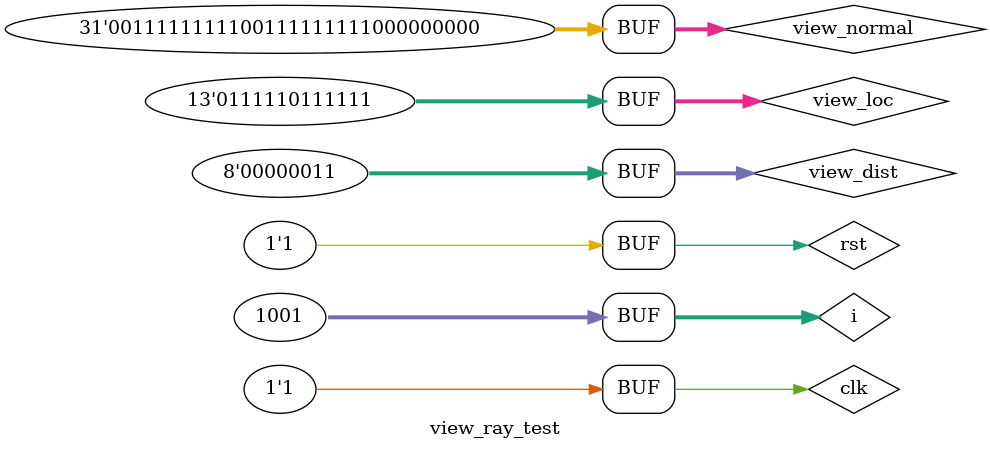
<source format=v>
`timescale 1ns / 1ps


module view_ray_test;

	// Inputs
	reg clk;
	reg rst;
	reg [30:0] view_normal;
	reg [7:0] view_dist;
	reg [12:0] view_loc;

	// Outputs
	wire [30:0] view_out;
	
	// Instantiate the Unit Under Test (UUT)
	view_ray uut (
		.clk(clk),
		.view_normal(view_normal), 
		.view_dist(view_dist), 
		.view_loc(view_loc), 
		.view_out(view_out)
	);
	
	integer i;
	initial begin
		// Initialize Inputs
		clk = 0;
		rst = 1;
		view_normal = 0;
		view_dist = 0;
		view_loc = 0;

		// Wait 100 ns for global reset to finish
      	#5;
      	rst = 0;
      	#5;
      	rst = 1;
		// Add stimulus here
		
		for(i=0;i<=1000;i=i+1)begin
			clk = ~clk;
			if(i==10)begin
				view_normal = 31'b0011111111100111111111000000000;
				view_dist = 3;
				view_loc = 13'b0111110111111;  
			end
			#10;
		end

	end

      
endmodule


</source>
